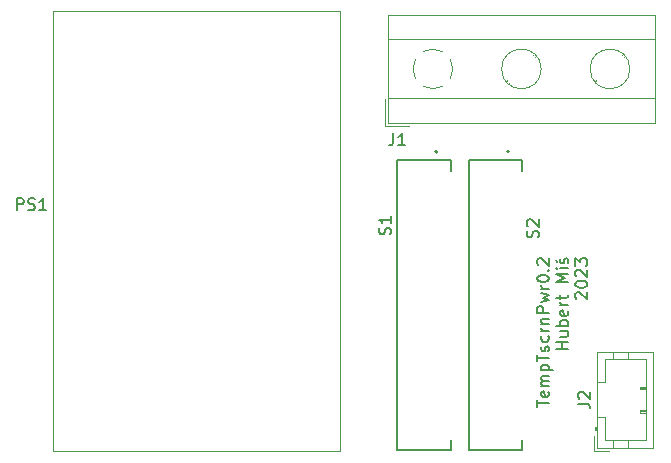
<source format=gbr>
%TF.GenerationSoftware,KiCad,Pcbnew,(6.0.9)*%
%TF.CreationDate,2024-07-13T20:48:36+02:00*%
%TF.ProjectId,pwr_sply,7077725f-7370-46c7-992e-6b696361645f,rev?*%
%TF.SameCoordinates,Original*%
%TF.FileFunction,Legend,Top*%
%TF.FilePolarity,Positive*%
%FSLAX46Y46*%
G04 Gerber Fmt 4.6, Leading zero omitted, Abs format (unit mm)*
G04 Created by KiCad (PCBNEW (6.0.9)) date 2024-07-13 20:48:36*
%MOMM*%
%LPD*%
G01*
G04 APERTURE LIST*
%ADD10C,0.150000*%
%ADD11C,0.127000*%
%ADD12C,0.200000*%
%ADD13C,0.120000*%
G04 APERTURE END LIST*
D10*
X94592380Y-103609404D02*
X94592380Y-103037976D01*
X95592380Y-103323690D02*
X94592380Y-103323690D01*
X95544761Y-102323690D02*
X95592380Y-102418928D01*
X95592380Y-102609404D01*
X95544761Y-102704642D01*
X95449523Y-102752261D01*
X95068571Y-102752261D01*
X94973333Y-102704642D01*
X94925714Y-102609404D01*
X94925714Y-102418928D01*
X94973333Y-102323690D01*
X95068571Y-102276071D01*
X95163809Y-102276071D01*
X95259047Y-102752261D01*
X95592380Y-101847500D02*
X94925714Y-101847500D01*
X95020952Y-101847500D02*
X94973333Y-101799880D01*
X94925714Y-101704642D01*
X94925714Y-101561785D01*
X94973333Y-101466547D01*
X95068571Y-101418928D01*
X95592380Y-101418928D01*
X95068571Y-101418928D02*
X94973333Y-101371309D01*
X94925714Y-101276071D01*
X94925714Y-101133214D01*
X94973333Y-101037976D01*
X95068571Y-100990357D01*
X95592380Y-100990357D01*
X94925714Y-100514166D02*
X95925714Y-100514166D01*
X94973333Y-100514166D02*
X94925714Y-100418928D01*
X94925714Y-100228452D01*
X94973333Y-100133214D01*
X95020952Y-100085595D01*
X95116190Y-100037976D01*
X95401904Y-100037976D01*
X95497142Y-100085595D01*
X95544761Y-100133214D01*
X95592380Y-100228452D01*
X95592380Y-100418928D01*
X95544761Y-100514166D01*
X94592380Y-99752261D02*
X94592380Y-99180833D01*
X95592380Y-99466547D02*
X94592380Y-99466547D01*
X95544761Y-98895119D02*
X95592380Y-98799880D01*
X95592380Y-98609404D01*
X95544761Y-98514166D01*
X95449523Y-98466547D01*
X95401904Y-98466547D01*
X95306666Y-98514166D01*
X95259047Y-98609404D01*
X95259047Y-98752261D01*
X95211428Y-98847500D01*
X95116190Y-98895119D01*
X95068571Y-98895119D01*
X94973333Y-98847500D01*
X94925714Y-98752261D01*
X94925714Y-98609404D01*
X94973333Y-98514166D01*
X95544761Y-97609404D02*
X95592380Y-97704642D01*
X95592380Y-97895119D01*
X95544761Y-97990357D01*
X95497142Y-98037976D01*
X95401904Y-98085595D01*
X95116190Y-98085595D01*
X95020952Y-98037976D01*
X94973333Y-97990357D01*
X94925714Y-97895119D01*
X94925714Y-97704642D01*
X94973333Y-97609404D01*
X95592380Y-97180833D02*
X94925714Y-97180833D01*
X95116190Y-97180833D02*
X95020952Y-97133214D01*
X94973333Y-97085595D01*
X94925714Y-96990357D01*
X94925714Y-96895119D01*
X94925714Y-96561785D02*
X95592380Y-96561785D01*
X95020952Y-96561785D02*
X94973333Y-96514166D01*
X94925714Y-96418928D01*
X94925714Y-96276071D01*
X94973333Y-96180833D01*
X95068571Y-96133214D01*
X95592380Y-96133214D01*
X95592380Y-95657023D02*
X94592380Y-95657023D01*
X94592380Y-95276071D01*
X94640000Y-95180833D01*
X94687619Y-95133214D01*
X94782857Y-95085595D01*
X94925714Y-95085595D01*
X95020952Y-95133214D01*
X95068571Y-95180833D01*
X95116190Y-95276071D01*
X95116190Y-95657023D01*
X94925714Y-94752261D02*
X95592380Y-94561785D01*
X95116190Y-94371309D01*
X95592380Y-94180833D01*
X94925714Y-93990357D01*
X95592380Y-93609404D02*
X94925714Y-93609404D01*
X95116190Y-93609404D02*
X95020952Y-93561785D01*
X94973333Y-93514166D01*
X94925714Y-93418928D01*
X94925714Y-93323690D01*
X94592380Y-92799880D02*
X94592380Y-92704642D01*
X94640000Y-92609404D01*
X94687619Y-92561785D01*
X94782857Y-92514166D01*
X94973333Y-92466547D01*
X95211428Y-92466547D01*
X95401904Y-92514166D01*
X95497142Y-92561785D01*
X95544761Y-92609404D01*
X95592380Y-92704642D01*
X95592380Y-92799880D01*
X95544761Y-92895119D01*
X95497142Y-92942738D01*
X95401904Y-92990357D01*
X95211428Y-93037976D01*
X94973333Y-93037976D01*
X94782857Y-92990357D01*
X94687619Y-92942738D01*
X94640000Y-92895119D01*
X94592380Y-92799880D01*
X95497142Y-92037976D02*
X95544761Y-91990357D01*
X95592380Y-92037976D01*
X95544761Y-92085595D01*
X95497142Y-92037976D01*
X95592380Y-92037976D01*
X94687619Y-91609404D02*
X94640000Y-91561785D01*
X94592380Y-91466547D01*
X94592380Y-91228452D01*
X94640000Y-91133214D01*
X94687619Y-91085595D01*
X94782857Y-91037976D01*
X94878095Y-91037976D01*
X95020952Y-91085595D01*
X95592380Y-91657023D01*
X95592380Y-91037976D01*
X97202380Y-98704642D02*
X96202380Y-98704642D01*
X96678571Y-98704642D02*
X96678571Y-98133214D01*
X97202380Y-98133214D02*
X96202380Y-98133214D01*
X96535714Y-97228452D02*
X97202380Y-97228452D01*
X96535714Y-97657023D02*
X97059523Y-97657023D01*
X97154761Y-97609404D01*
X97202380Y-97514166D01*
X97202380Y-97371309D01*
X97154761Y-97276071D01*
X97107142Y-97228452D01*
X97202380Y-96752261D02*
X96202380Y-96752261D01*
X96583333Y-96752261D02*
X96535714Y-96657023D01*
X96535714Y-96466547D01*
X96583333Y-96371309D01*
X96630952Y-96323690D01*
X96726190Y-96276071D01*
X97011904Y-96276071D01*
X97107142Y-96323690D01*
X97154761Y-96371309D01*
X97202380Y-96466547D01*
X97202380Y-96657023D01*
X97154761Y-96752261D01*
X97154761Y-95466547D02*
X97202380Y-95561785D01*
X97202380Y-95752261D01*
X97154761Y-95847500D01*
X97059523Y-95895119D01*
X96678571Y-95895119D01*
X96583333Y-95847500D01*
X96535714Y-95752261D01*
X96535714Y-95561785D01*
X96583333Y-95466547D01*
X96678571Y-95418928D01*
X96773809Y-95418928D01*
X96869047Y-95895119D01*
X97202380Y-94990357D02*
X96535714Y-94990357D01*
X96726190Y-94990357D02*
X96630952Y-94942738D01*
X96583333Y-94895119D01*
X96535714Y-94799880D01*
X96535714Y-94704642D01*
X96535714Y-94514166D02*
X96535714Y-94133214D01*
X96202380Y-94371309D02*
X97059523Y-94371309D01*
X97154761Y-94323690D01*
X97202380Y-94228452D01*
X97202380Y-94133214D01*
X97202380Y-93037976D02*
X96202380Y-93037976D01*
X96916666Y-92704642D01*
X96202380Y-92371309D01*
X97202380Y-92371309D01*
X97202380Y-91895119D02*
X96535714Y-91895119D01*
X96202380Y-91895119D02*
X96250000Y-91942738D01*
X96297619Y-91895119D01*
X96250000Y-91847500D01*
X96202380Y-91895119D01*
X96297619Y-91895119D01*
X97154761Y-91466547D02*
X97202380Y-91371309D01*
X97202380Y-91180833D01*
X97154761Y-91085595D01*
X97059523Y-91037976D01*
X97011904Y-91037976D01*
X96916666Y-91085595D01*
X96869047Y-91180833D01*
X96869047Y-91323690D01*
X96821428Y-91418928D01*
X96726190Y-91466547D01*
X96678571Y-91466547D01*
X96583333Y-91418928D01*
X96535714Y-91323690D01*
X96535714Y-91180833D01*
X96583333Y-91085595D01*
X96154761Y-91180833D02*
X96297619Y-91323690D01*
X97907619Y-94466547D02*
X97860000Y-94418928D01*
X97812380Y-94323690D01*
X97812380Y-94085595D01*
X97860000Y-93990357D01*
X97907619Y-93942738D01*
X98002857Y-93895119D01*
X98098095Y-93895119D01*
X98240952Y-93942738D01*
X98812380Y-94514166D01*
X98812380Y-93895119D01*
X97812380Y-93276071D02*
X97812380Y-93180833D01*
X97860000Y-93085595D01*
X97907619Y-93037976D01*
X98002857Y-92990357D01*
X98193333Y-92942738D01*
X98431428Y-92942738D01*
X98621904Y-92990357D01*
X98717142Y-93037976D01*
X98764761Y-93085595D01*
X98812380Y-93180833D01*
X98812380Y-93276071D01*
X98764761Y-93371309D01*
X98717142Y-93418928D01*
X98621904Y-93466547D01*
X98431428Y-93514166D01*
X98193333Y-93514166D01*
X98002857Y-93466547D01*
X97907619Y-93418928D01*
X97860000Y-93371309D01*
X97812380Y-93276071D01*
X97907619Y-92561785D02*
X97860000Y-92514166D01*
X97812380Y-92418928D01*
X97812380Y-92180833D01*
X97860000Y-92085595D01*
X97907619Y-92037976D01*
X98002857Y-91990357D01*
X98098095Y-91990357D01*
X98240952Y-92037976D01*
X98812380Y-92609404D01*
X98812380Y-91990357D01*
X97812380Y-91657023D02*
X97812380Y-91037976D01*
X98193333Y-91371309D01*
X98193333Y-91228452D01*
X98240952Y-91133214D01*
X98288571Y-91085595D01*
X98383809Y-91037976D01*
X98621904Y-91037976D01*
X98717142Y-91085595D01*
X98764761Y-91133214D01*
X98812380Y-91228452D01*
X98812380Y-91514166D01*
X98764761Y-91609404D01*
X98717142Y-91657023D01*
%TO.C,S2*%
X94654761Y-89261904D02*
X94702380Y-89119047D01*
X94702380Y-88880952D01*
X94654761Y-88785714D01*
X94607142Y-88738095D01*
X94511904Y-88690476D01*
X94416666Y-88690476D01*
X94321428Y-88738095D01*
X94273809Y-88785714D01*
X94226190Y-88880952D01*
X94178571Y-89071428D01*
X94130952Y-89166666D01*
X94083333Y-89214285D01*
X93988095Y-89261904D01*
X93892857Y-89261904D01*
X93797619Y-89214285D01*
X93750000Y-89166666D01*
X93702380Y-89071428D01*
X93702380Y-88833333D01*
X93750000Y-88690476D01*
X93797619Y-88309523D02*
X93750000Y-88261904D01*
X93702380Y-88166666D01*
X93702380Y-87928571D01*
X93750000Y-87833333D01*
X93797619Y-87785714D01*
X93892857Y-87738095D01*
X93988095Y-87738095D01*
X94130952Y-87785714D01*
X94702380Y-88357142D01*
X94702380Y-87738095D01*
%TO.C,S1*%
X82154761Y-89011904D02*
X82202380Y-88869047D01*
X82202380Y-88630952D01*
X82154761Y-88535714D01*
X82107142Y-88488095D01*
X82011904Y-88440476D01*
X81916666Y-88440476D01*
X81821428Y-88488095D01*
X81773809Y-88535714D01*
X81726190Y-88630952D01*
X81678571Y-88821428D01*
X81630952Y-88916666D01*
X81583333Y-88964285D01*
X81488095Y-89011904D01*
X81392857Y-89011904D01*
X81297619Y-88964285D01*
X81250000Y-88916666D01*
X81202380Y-88821428D01*
X81202380Y-88583333D01*
X81250000Y-88440476D01*
X82202380Y-87488095D02*
X82202380Y-88059523D01*
X82202380Y-87773809D02*
X81202380Y-87773809D01*
X81345238Y-87869047D01*
X81440476Y-87964285D01*
X81488095Y-88059523D01*
%TO.C,J1*%
X82416666Y-80452380D02*
X82416666Y-81166666D01*
X82369047Y-81309523D01*
X82273809Y-81404761D01*
X82130952Y-81452380D01*
X82035714Y-81452380D01*
X83416666Y-81452380D02*
X82845238Y-81452380D01*
X83130952Y-81452380D02*
X83130952Y-80452380D01*
X83035714Y-80595238D01*
X82940476Y-80690476D01*
X82845238Y-80738095D01*
%TO.C,J2*%
X98052380Y-103333333D02*
X98766666Y-103333333D01*
X98909523Y-103380952D01*
X99004761Y-103476190D01*
X99052380Y-103619047D01*
X99052380Y-103714285D01*
X98147619Y-102904761D02*
X98100000Y-102857142D01*
X98052380Y-102761904D01*
X98052380Y-102523809D01*
X98100000Y-102428571D01*
X98147619Y-102380952D01*
X98242857Y-102333333D01*
X98338095Y-102333333D01*
X98480952Y-102380952D01*
X99052380Y-102952380D01*
X99052380Y-102333333D01*
%TO.C,PS1*%
X50535714Y-86952380D02*
X50535714Y-85952380D01*
X50916666Y-85952380D01*
X51011904Y-86000000D01*
X51059523Y-86047619D01*
X51107142Y-86142857D01*
X51107142Y-86285714D01*
X51059523Y-86380952D01*
X51011904Y-86428571D01*
X50916666Y-86476190D01*
X50535714Y-86476190D01*
X51488095Y-86904761D02*
X51630952Y-86952380D01*
X51869047Y-86952380D01*
X51964285Y-86904761D01*
X52011904Y-86857142D01*
X52059523Y-86761904D01*
X52059523Y-86666666D01*
X52011904Y-86571428D01*
X51964285Y-86523809D01*
X51869047Y-86476190D01*
X51678571Y-86428571D01*
X51583333Y-86380952D01*
X51535714Y-86333333D01*
X51488095Y-86238095D01*
X51488095Y-86142857D01*
X51535714Y-86047619D01*
X51583333Y-86000000D01*
X51678571Y-85952380D01*
X51916666Y-85952380D01*
X52059523Y-86000000D01*
X53011904Y-86952380D02*
X52440476Y-86952380D01*
X52726190Y-86952380D02*
X52726190Y-85952380D01*
X52630952Y-86095238D01*
X52535714Y-86190476D01*
X52440476Y-86238095D01*
D11*
%TO.C,S2*%
X88800000Y-107250000D02*
X93300000Y-107250000D01*
X93300000Y-82750000D02*
X88800000Y-82750000D01*
X88800000Y-82750000D02*
X88800000Y-107250000D01*
X93300000Y-83620000D02*
X93300000Y-82750000D01*
X93300000Y-107250000D02*
X93300000Y-106380000D01*
D12*
X92200000Y-82000000D02*
G75*
G03*
X92200000Y-82000000I-100000J0D01*
G01*
D11*
%TO.C,S1*%
X82750000Y-82750000D02*
X82750000Y-107250000D01*
X82750000Y-107250000D02*
X87250000Y-107250000D01*
X87250000Y-83620000D02*
X87250000Y-82750000D01*
X87250000Y-82750000D02*
X82750000Y-82750000D01*
X87250000Y-107250000D02*
X87250000Y-106380000D01*
D12*
X86150000Y-82000000D02*
G75*
G03*
X86150000Y-82000000I-100000J0D01*
G01*
D13*
%TO.C,J1*%
X81940000Y-72500000D02*
X104561000Y-72500000D01*
X101820000Y-73725000D02*
X101761000Y-73784000D01*
X81940000Y-79560000D02*
X104561000Y-79560000D01*
X81940000Y-77500000D02*
X104561000Y-77500000D01*
X81940000Y-70440000D02*
X81940000Y-79560000D01*
X92070000Y-75976000D02*
X91976000Y-76069000D01*
X81700000Y-77560000D02*
X81700000Y-79800000D01*
X102025000Y-73931000D02*
X101931000Y-74024000D01*
X94525000Y-73931000D02*
X94431000Y-74024000D01*
X104561000Y-70440000D02*
X104561000Y-79560000D01*
X99570000Y-75976000D02*
X99476000Y-76069000D01*
X99740000Y-76216000D02*
X99681000Y-76274000D01*
X81940000Y-70440000D02*
X104561000Y-70440000D01*
X94320000Y-73725000D02*
X94261000Y-73784000D01*
X92240000Y-76216000D02*
X92181000Y-76274000D01*
X81700000Y-79800000D02*
X83700000Y-79800000D01*
X87234001Y-75789000D02*
G75*
G03*
X87233953Y-74210911I-1484001J789000D01*
G01*
X84266000Y-74211000D02*
G75*
G03*
X84266047Y-75789089I1483995J-789000D01*
G01*
X85750000Y-76680000D02*
G75*
G03*
X86538712Y-76483352I0J1680000D01*
G01*
X84961000Y-76484000D02*
G75*
G03*
X85779383Y-76680450I788998J1483995D01*
G01*
X86539000Y-73516000D02*
G75*
G03*
X84960911Y-73516047I-789000J-1483995D01*
G01*
X94930000Y-75000000D02*
G75*
G03*
X94930000Y-75000000I-1680000J0D01*
G01*
X102430000Y-75000000D02*
G75*
G03*
X102430000Y-75000000I-1680000J0D01*
G01*
%TO.C,J2*%
X99590000Y-105300000D02*
X99590000Y-105600000D01*
X103800000Y-104000000D02*
X103300000Y-104000000D01*
X99390000Y-106110000D02*
X99390000Y-107360000D01*
X102300000Y-98940000D02*
X102300000Y-99550000D01*
X101000000Y-98940000D02*
X101000000Y-99550000D01*
X103800000Y-102000000D02*
X103300000Y-102000000D01*
X99690000Y-105300000D02*
X99490000Y-105300000D01*
X104410000Y-107060000D02*
X104410000Y-98940000D01*
X103800000Y-106450000D02*
X103800000Y-99550000D01*
X99490000Y-105300000D02*
X99490000Y-105600000D01*
X101000000Y-107060000D02*
X101000000Y-106450000D01*
X103800000Y-102100000D02*
X103300000Y-102100000D01*
X99390000Y-107360000D02*
X100640000Y-107360000D01*
X103800000Y-99550000D02*
X100300000Y-99550000D01*
X100300000Y-106450000D02*
X103800000Y-106450000D01*
X99490000Y-105600000D02*
X99690000Y-105600000D01*
X100300000Y-101500000D02*
X99690000Y-101500000D01*
X104410000Y-98940000D02*
X99690000Y-98940000D01*
X100300000Y-99550000D02*
X100300000Y-101500000D01*
X99690000Y-98940000D02*
X99690000Y-107060000D01*
X99690000Y-104500000D02*
X100300000Y-104500000D01*
X99690000Y-107060000D02*
X104410000Y-107060000D01*
X103300000Y-104100000D02*
X103300000Y-103900000D01*
X102300000Y-107060000D02*
X102300000Y-106450000D01*
X103800000Y-104100000D02*
X103300000Y-104100000D01*
X103300000Y-103900000D02*
X103800000Y-103900000D01*
X100300000Y-104500000D02*
X100300000Y-106450000D01*
X103300000Y-101900000D02*
X103800000Y-101900000D01*
X103300000Y-102100000D02*
X103300000Y-101900000D01*
%TO.C,PS1*%
X77870000Y-107370000D02*
X53630000Y-107370000D01*
X53630000Y-70130000D02*
X77870000Y-70130000D01*
X53630000Y-107370000D02*
X53630000Y-70130000D01*
X77870000Y-70130000D02*
X77870000Y-107370000D01*
%TD*%
M02*

</source>
